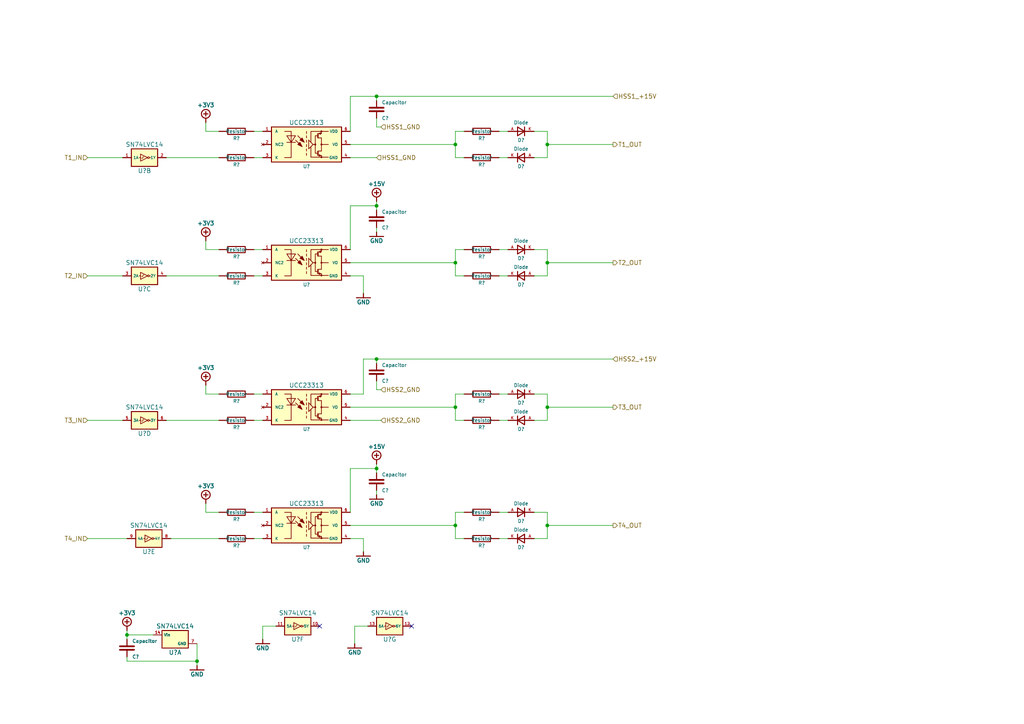
<source format=kicad_sch>
(kicad_sch (version 20211123) (generator eeschema)
  (paper "A4")
  (title_block (rev "0.1") (company "Open Source Solar Inverter Project"))
  (lib_symbols
    (symbol "OSSI_standard_components:+15V" (power) (pin_names (offset 0))
      (property "Value" "+15V" (at 0 5.08 0))
      (symbol "+15V_1_0"
        (polyline (pts (xy -0.635 2.54) (xy 0.635 2.54)) (stroke (width 0.3048)))
        (polyline (pts (xy 0 1.27) (xy 0 0)) (stroke (width 0.3048)))
        (polyline (pts (xy 0 3.175) (xy 0 1.905)) (stroke (width 0.3048)))
        (circle (center 0 2.54) (radius 1.27) (stroke (width 0.3048)))
        (pin power_in line (at 0 0 90) (length 0) hide (name "+15V") (number "1"))
      )
    )
    (symbol "OSSI_standard_components:+3V3" (power) (pin_names (offset 0))
      (property "Value" "+3V3" (at 0 5.08 0))
      (symbol "+3V3_1_0"
        (polyline (pts (xy -0.635 2.54) (xy 0.635 2.54)) (stroke (width 0.3048)))
        (polyline (pts (xy 0 1.27) (xy 0 0)) (stroke (width 0.3048)))
        (polyline (pts (xy 0 3.175) (xy 0 1.905)) (stroke (width 0.3048)))
        (circle (center 0 2.54) (radius 1.27) (stroke (width 0.3048)))
        (pin power_in line (at 0 0 90) (length 0) hide (name "+3V3") (number "1"))
      )
    )
    (symbol "OSSI_standard_components:Capacitor" (pin_numbers hide) (pin_names (offset 1.016) hide)
      (property "Reference" "C" (at 1.524 -2.54 0))
      (property "Value" "Capacitor" (at 1.524 2.032 0))
      (symbol "Capacitor_0_0"
        (polyline (pts (xy -2.032 -0.508) (xy 2.032 -0.508)) (stroke (width 0.508)))
        (polyline (pts (xy -2.032 0.508) (xy 2.032 0.508)) (stroke (width 0.508)))
        (polyline (pts (xy 0 -2.54) (xy 0 -0.635)) (stroke (width 0.3048)))
        (polyline (pts (xy 0 0.635) (xy 0 2.54)) (stroke (width 0.3048)))
        (pin passive line (at 0 -2.54 90) (length 0) (name "1") (number "1"))
        (pin passive line (at 0 2.54 270) (length 0) (name "2") (number "2"))
      )
    )
    (symbol "OSSI_standard_components:Diode" (pin_names (offset 1.016) hide)
      (property "Reference" "D" (at 0 -2.54 0))
      (property "Value" "Diode" (at 0 2.54 0))
      (symbol "Diode_0_0"
        (polyline (pts (xy -3.81 0) (xy 3.81 0)) (stroke (width 0.3048)))
        (polyline (pts (xy 1.016 1.27) (xy 1.016 0) (xy -1.016 1.27) (xy -1.016 -1.27) (xy 1.016 0) (xy 1.016 -1.27)) (stroke (width 0.3048)))
        (pin passive line (at -3.81 0 0) (length 2.54) (name "A") (number "A"))
        (pin passive line (at 3.81 0 180) (length 2.54) (name "K") (number "K"))
      )
    )
    (symbol "OSSI_standard_components:GND" (power) (pin_names (offset 0))
      (property "Value" "GND" (at 0 -2.54 0))
      (symbol "GND_0_0"
        (polyline (pts (xy -2.032 -1.27) (xy 2.032 -1.27)) (stroke (width 0.3048)))
        (polyline (pts (xy 0 -1.27) (xy 0 0)) (stroke (width 0.3048)))
        (pin power_in line (at 0 0 270) (length 0) hide (name "GND") (number "1"))
      )
    )
    (symbol "OSSI_standard_components:Resistor" (pin_numbers hide) (pin_names (offset 1.016) hide)
      (property "Reference" "R" (at 0 -2.032 0))
      (property "Value" "Resistor" (at 0 0 0))
      (symbol "Resistor_0_0"
        (rectangle (start -2.54 0.889) (end 2.54 -0.889) (stroke (width 0.3048)))
        (polyline (pts (xy -2.54 0) (xy -5.08 0)) (stroke (width 0.3048)))
        (polyline (pts (xy 5.08 0) (xy 2.54 0)) (stroke (width 0.3048)))
      )
      (symbol "Resistor_1_1"
        (pin passive line (at -5.08 0 0) (length 0) (name "1") (number "1"))
        (pin passive line (at 5.08 0 180) (length 0) (name "2") (number "2"))
      )
    )
    (symbol "SN47HCS04:SN74LVC14"
      (property "Reference" "U" (at 0 -3.81 0))
      (property "Value" "SN74LVC14" (at 0 3.81 0))
      (symbol "SN74LVC14_0_1"
        (rectangle (start -3.81 2.54) (end 3.81 -2.54) (stroke (width 0.3)) (fill (type background)))
      )
      (symbol "SN74LVC14_1_1"
        (pin power_in line (at -6.35 1.27 0) (length 2.54) (name "Vin") (number "14"))
        (pin power_in line (at 6.35 -1.27 180) (length 2.54) (name "GND") (number "7"))
      )
      (symbol "SN74LVC14_2_1"
        (polyline (pts (xy -6.35 0) (xy -3.81 0)) (stroke (width 0.3)))
        (polyline (pts (xy -1.143 0) (xy -1.524 0)) (stroke (width 0.2)))
        (polyline (pts (xy 1.397 0) (xy 1.778 0)) (stroke (width 0.2)))
        (polyline (pts (xy 3.81 0) (xy 6.35 0)) (stroke (width 0.3)))
        (polyline (pts (xy -0.889 -0.254) (xy -0.508 -0.254) (xy -0.254 0.254)) (stroke (width 0.1)))
        (polyline (pts (xy -0.127 0.254) (xy -0.508 0.254) (xy -0.762 -0.254)) (stroke (width 0.1)))
        (polyline (pts (xy -1.143 1.016) (xy -1.143 -1.016) (xy 0.889 0) (xy -1.143 1.016)) (stroke (width 0.2)))
        (circle (center 1.143 0) (radius 0.254) (stroke (width 0.2)))
        (pin input line (at -6.35 0 0) (length 2.54) (name "1A") (number "1"))
        (pin output line (at 6.35 0 180) (length 2.54) (name "1Y") (number "2"))
      )
      (symbol "SN74LVC14_3_1"
        (polyline (pts (xy -6.35 0) (xy -3.81 0)) (stroke (width 0.3)))
        (polyline (pts (xy -1.143 0) (xy -1.524 0)) (stroke (width 0.2)))
        (polyline (pts (xy 1.397 0) (xy 1.778 0)) (stroke (width 0.2)))
        (polyline (pts (xy 3.81 0) (xy 6.35 0)) (stroke (width 0.3)))
        (polyline (pts (xy -0.889 -0.254) (xy -0.508 -0.254) (xy -0.254 0.254)) (stroke (width 0.1)))
        (polyline (pts (xy -0.127 0.254) (xy -0.508 0.254) (xy -0.762 -0.254)) (stroke (width 0.1)))
        (polyline (pts (xy -1.143 1.016) (xy -1.143 -1.016) (xy 0.889 0) (xy -1.143 1.016)) (stroke (width 0.2)))
        (circle (center 1.143 0) (radius 0.254) (stroke (width 0.2)))
        (pin input line (at -6.35 0 0) (length 2.54) (name "2A") (number "3"))
        (pin output line (at 6.35 0 180) (length 2.54) (name "2Y") (number "4"))
      )
      (symbol "SN74LVC14_4_1"
        (polyline (pts (xy -6.35 0) (xy -3.81 0)) (stroke (width 0.3)))
        (polyline (pts (xy -1.143 0) (xy -1.524 0)) (stroke (width 0.2)))
        (polyline (pts (xy 1.397 0) (xy 1.778 0)) (stroke (width 0.2)))
        (polyline (pts (xy 3.81 0) (xy 6.35 0)) (stroke (width 0.3)))
        (polyline (pts (xy -0.889 -0.254) (xy -0.508 -0.254) (xy -0.254 0.254)) (stroke (width 0.1)))
        (polyline (pts (xy -0.127 0.254) (xy -0.508 0.254) (xy -0.762 -0.254)) (stroke (width 0.1)))
        (polyline (pts (xy -1.143 1.016) (xy -1.143 -1.016) (xy 0.889 0) (xy -1.143 1.016)) (stroke (width 0.2)))
        (circle (center 1.143 0) (radius 0.254) (stroke (width 0.2)))
        (pin input line (at -6.35 0 0) (length 2.54) (name "3A") (number "5"))
        (pin output line (at 6.35 0 180) (length 2.54) (name "3Y") (number "6"))
      )
      (symbol "SN74LVC14_5_1"
        (polyline (pts (xy -6.35 0) (xy -3.81 0)) (stroke (width 0.3)))
        (polyline (pts (xy -1.143 0) (xy -1.524 0)) (stroke (width 0.2)))
        (polyline (pts (xy 1.397 0) (xy 1.778 0)) (stroke (width 0.2)))
        (polyline (pts (xy 3.81 0) (xy 6.35 0)) (stroke (width 0.3)))
        (polyline (pts (xy -0.889 -0.254) (xy -0.508 -0.254) (xy -0.254 0.254)) (stroke (width 0.1)))
        (polyline (pts (xy -0.127 0.254) (xy -0.508 0.254) (xy -0.762 -0.254)) (stroke (width 0.1)))
        (polyline (pts (xy -1.143 1.016) (xy -1.143 -1.016) (xy 0.889 0) (xy -1.143 1.016)) (stroke (width 0.2)))
        (circle (center 1.143 0) (radius 0.254) (stroke (width 0.2)))
        (pin output line (at 6.35 0 180) (length 2.54) (name "4Y") (number "8"))
        (pin input line (at -6.35 0 0) (length 2.54) (name "4A") (number "9"))
      )
      (symbol "SN74LVC14_6_1"
        (polyline (pts (xy -6.35 0) (xy -3.81 0)) (stroke (width 0.3)))
        (polyline (pts (xy -1.143 0) (xy -1.524 0)) (stroke (width 0.2)))
        (polyline (pts (xy 1.397 0) (xy 1.778 0)) (stroke (width 0.2)))
        (polyline (pts (xy 3.81 0) (xy 6.35 0)) (stroke (width 0.3)))
        (polyline (pts (xy -0.889 -0.254) (xy -0.508 -0.254) (xy -0.254 0.254)) (stroke (width 0.1)))
        (polyline (pts (xy -0.127 0.254) (xy -0.508 0.254) (xy -0.762 -0.254)) (stroke (width 0.1)))
        (polyline (pts (xy -1.143 1.016) (xy -1.143 -1.016) (xy 0.889 0) (xy -1.143 1.016)) (stroke (width 0.2)))
        (circle (center 1.143 0) (radius 0.254) (stroke (width 0.2)))
        (pin output line (at 6.35 0 180) (length 2.54) (name "5Y") (number "10"))
        (pin input line (at -6.35 0 0) (length 2.54) (name "5A") (number "11"))
      )
      (symbol "SN74LVC14_7_1"
        (polyline (pts (xy -6.35 0) (xy -3.81 0)) (stroke (width 0.3)))
        (polyline (pts (xy -1.143 0) (xy -1.524 0)) (stroke (width 0.2)))
        (polyline (pts (xy 1.397 0) (xy 1.778 0)) (stroke (width 0.2)))
        (polyline (pts (xy 3.81 0) (xy 6.35 0)) (stroke (width 0.3)))
        (polyline (pts (xy -0.889 -0.254) (xy -0.508 -0.254) (xy -0.254 0.254)) (stroke (width 0.1)))
        (polyline (pts (xy -0.127 0.254) (xy -0.508 0.254) (xy -0.762 -0.254)) (stroke (width 0.1)))
        (polyline (pts (xy -1.143 1.016) (xy -1.143 -1.016) (xy 0.889 0) (xy -1.143 1.016)) (stroke (width 0.2)))
        (circle (center 1.143 0) (radius 0.254) (stroke (width 0.2)))
        (pin output line (at 6.35 0 180) (length 2.54) (name "6Y") (number "12"))
        (pin input line (at -6.35 0 0) (length 2.54) (name "6A") (number "13"))
      )
    )
    (symbol "UCC23313:UCC23313" (pin_names (offset 1.016))
      (property "Reference" "U" (at 0 -6.35 0))
      (property "Value" "UCC23313" (at 0 6.35 0))
      (symbol "UCC23313_0_1"
        (rectangle (start -10.16 5.08) (end 10.16 -5.08) (stroke (width 0.3048)) (fill (type background)))
        (polyline (pts (xy -12.7 -3.81) (xy -10.16 -3.81)) (stroke (width 0.3048)))
        (polyline (pts (xy -12.7 3.81) (xy -10.16 3.81)) (stroke (width 0.3048)))
        (polyline (pts (xy -10.16 0) (xy -12.7 0)) (stroke (width 0.3048)))
        (polyline (pts (xy 0 -2.54) (xy 0 -3.175)) (stroke (width 0.2032)))
        (polyline (pts (xy 0 -1.27) (xy 0 -1.905)) (stroke (width 0.2032)))
        (polyline (pts (xy 0 0) (xy 0 -0.635)) (stroke (width 0.2032)))
        (polyline (pts (xy 0 1.27) (xy 0 0.635)) (stroke (width 0.2032)))
        (polyline (pts (xy 0 2.54) (xy 0 1.905)) (stroke (width 0.2032)))
        (polyline (pts (xy 0 3.81) (xy 0 3.175)) (stroke (width 0.2032)))
        (polyline (pts (xy 3.175 -1.905) (xy 3.175 -3.175)) (stroke (width 0.2032)))
        (polyline (pts (xy 3.175 3.175) (xy 3.175 1.905)) (stroke (width 0.2032)))
        (polyline (pts (xy 3.429 -3.175) (xy 4.318 -3.175)) (stroke (width 0.2032)))
        (polyline (pts (xy 3.429 -1.905) (xy 3.429 -3.175)) (stroke (width 0.2032)))
        (polyline (pts (xy 3.429 1.905) (xy 4.318 1.905)) (stroke (width 0.2032)))
        (polyline (pts (xy 3.429 3.175) (xy 3.429 1.905)) (stroke (width 0.2032)))
        (polyline (pts (xy 3.429 3.175) (xy 4.318 3.175)) (stroke (width 0.2032)))
        (polyline (pts (xy 4.318 -1.905) (xy 3.429 -1.905)) (stroke (width 0.2032)))
        (polyline (pts (xy 4.318 1.905) (xy 4.318 -1.905)) (stroke (width 0.2032)))
        (polyline (pts (xy 6.35 0) (xy 4.445 0)) (stroke (width 0.2032)))
        (polyline (pts (xy 10.16 -3.81) (xy 12.7 -3.81)) (stroke (width 0.3048)))
        (polyline (pts (xy 12.7 0) (xy 10.16 0)) (stroke (width 0.3048)))
        (polyline (pts (xy 12.7 3.81) (xy 10.16 3.81)) (stroke (width 0.3048)))
        (polyline (pts (xy 2.54 0) (xy 2.54 -2.54) (xy 3.175 -2.54)) (stroke (width 0.2032)))
        (polyline (pts (xy 4.318 -3.683) (xy 1.27 -3.683) (xy 1.27 -0.635)) (stroke (width 0.2032)))
        (polyline (pts (xy 4.318 -3.175) (xy 4.318 -3.683) (xy 6.35 -3.683)) (stroke (width 0.2032)))
        (polyline (pts (xy 4.318 3.175) (xy 4.318 3.81) (xy 6.35 3.81)) (stroke (width 0.2032)))
        (polyline (pts (xy 4.318 3.81) (xy 1.27 3.81) (xy 1.27 0.635)) (stroke (width 0.2032)))
        (polyline (pts (xy -6.35 3.81) (xy -4.445 3.81) (xy -4.445 -3.81) (xy -6.35 -3.81)) (stroke (width 0.2032)))
        (polyline (pts (xy 1.905 0) (xy 2.54 0) (xy 2.54 2.54) (xy 3.175 2.54)) (stroke (width 0.2032)))
        (polyline (pts (xy 4.064 -3.175) (xy 3.683 -2.921) (xy 3.683 -3.429) (xy 4.064 -3.175)) (stroke (width 0.2032)) (fill (type outline)))
        (polyline (pts (xy -2.54 2.54) (xy -0.635 0.635) (xy -1.27 1.905) (xy -1.905 1.27) (xy -0.635 0.635)) (stroke (width 0.2032)) (fill (type outline)))
        (polyline (pts (xy 0.635 1.27) (xy 0.635 -1.27) (xy 1.27 -0.635) (xy 1.905 0) (xy 0.635 1.27)) (stroke (width 0.2032)))
        (polyline (pts (xy -5.715 0.635) (xy -4.445 0.635) (xy -5.715 2.54) (xy -3.175 2.54) (xy -4.445 0.635) (xy -3.175 0.635)) (stroke (width 0.2032)))
        (circle (center 2.54 0) (radius 0.1778) (stroke (width 0.2032)) (fill (type outline)))
      )
      (symbol "UCC23313_1_1"
        (polyline (pts (xy 3.683 3.175) (xy 4.064 3.429) (xy 4.064 2.921) (xy 3.683 3.175)) (stroke (width 0.2032)) (fill (type outline)))
        (polyline (pts (xy -3.175 1.27) (xy -1.27 -0.635) (xy -1.905 0.635) (xy -2.54 0) (xy -1.27 -0.635)) (stroke (width 0.2032)) (fill (type outline)))
        (circle (center 4.318 -3.683) (radius 0.1778) (stroke (width 0.2032)) (fill (type outline)))
        (circle (center 4.318 3.81) (radius 0.1778) (stroke (width 0.2032)) (fill (type outline)))
        (circle (center 4.3249 0.0083) (radius 0.1778) (stroke (width 0.2032)) (fill (type outline)))
        (pin input line (at -12.7 3.81 0) (length 2.54) (name "A") (number "1"))
        (pin no_connect line (at -12.7 0 0) (length 2.54) (name "NC2") (number "2"))
        (pin input line (at -12.7 -3.81 0) (length 2.54) (name "K") (number "3"))
        (pin power_in line (at 12.7 -3.81 180) (length 2.54) (name "GND") (number "4"))
        (pin output line (at 12.7 0 180) (length 2.54) (name "VO") (number "5"))
        (pin power_in line (at 12.7 3.81 180) (length 2.54) (name "VDD") (number "6"))
      )
    )
  )
  (junction (at 109.22 59.69))
  (junction (at 109.22 135.89))
  (junction (at 132.08 41.91))
  (junction (at 132.08 76.2))
  (junction (at 158.75 118.11))
  (junction (at 109.22 104.14))
  (junction (at 158.75 76.2))
  (junction (at 132.08 118.11))
  (junction (at 57.15 191.77))
  (junction (at 158.75 152.4))
  (junction (at 109.22 27.94))
  (junction (at 158.75 41.91))
  (junction (at 132.08 152.4))
  (junction (at 36.83 184.15))
  (no_connect (at 119.38 181.61))
  (no_connect (at 92.71 181.61))
  (wire (pts (xy 25.4 156.21) (xy 36.83 156.21)))
  (wire (pts (xy 57.15 186.69) (xy 57.15 191.77)))
  (wire (pts (xy 101.6 80.01) (xy 105.41 80.01)))
  (wire (pts (xy 109.22 135.89) (xy 101.6 135.89)))
  (wire (pts (xy 36.83 184.15) (xy 44.45 184.15)))
  (wire (pts (xy 144.78 45.72) (xy 147.32 45.72)))
  (wire (pts (xy 101.6 156.21) (xy 105.41 156.21)))
  (wire (pts (xy 48.26 45.72) (xy 63.5 45.72)))
  (wire (pts (xy 101.6 152.4) (xy 132.08 152.4)))
  (wire (pts (xy 158.75 72.39) (xy 158.75 76.2)))
  (wire (pts (xy 105.41 80.01) (xy 105.41 85.09)))
  (wire (pts (xy 102.87 186.69) (xy 102.87 181.61)))
  (wire (pts (xy 59.69 69.85) (xy 59.69 72.39)))
  (wire (pts (xy 48.26 121.92) (xy 63.5 121.92)))
  (wire (pts (xy 102.87 181.61) (xy 106.68 181.61)))
  (wire (pts (xy 36.83 184.15) (xy 36.83 185.42)))
  (wire (pts (xy 105.41 114.3) (xy 105.41 104.14)))
  (wire (pts (xy 109.22 110.49) (xy 109.22 113.03)))
  (wire (pts (xy 158.75 80.01) (xy 158.75 76.2)))
  (wire (pts (xy 76.2 185.42) (xy 76.2 181.61)))
  (wire (pts (xy 154.94 80.01) (xy 158.75 80.01)))
  (wire (pts (xy 132.08 118.11) (xy 132.08 121.92)))
  (wire (pts (xy 59.69 72.39) (xy 63.5 72.39)))
  (wire (pts (xy 59.69 114.3) (xy 63.5 114.3)))
  (wire (pts (xy 105.41 104.14) (xy 109.22 104.14)))
  (wire (pts (xy 101.6 118.11) (xy 132.08 118.11)))
  (wire (pts (xy 101.6 38.1) (xy 101.6 27.94)))
  (wire (pts (xy 154.94 114.3) (xy 158.75 114.3)))
  (wire (pts (xy 132.08 118.11) (xy 132.08 114.3)))
  (wire (pts (xy 109.22 142.24) (xy 109.22 143.51)))
  (wire (pts (xy 101.6 76.2) (xy 132.08 76.2)))
  (wire (pts (xy 154.94 121.92) (xy 158.75 121.92)))
  (wire (pts (xy 76.2 45.72) (xy 73.66 45.72)))
  (wire (pts (xy 49.53 156.21) (xy 63.5 156.21)))
  (wire (pts (xy 132.08 148.59) (xy 134.62 148.59)))
  (wire (pts (xy 25.4 80.01) (xy 35.56 80.01)))
  (wire (pts (xy 101.6 45.72) (xy 109.22 45.72)))
  (wire (pts (xy 25.4 45.72) (xy 35.56 45.72)))
  (wire (pts (xy 109.22 27.94) (xy 109.22 29.21)))
  (wire (pts (xy 158.75 121.92) (xy 158.75 118.11)))
  (wire (pts (xy 144.78 156.21) (xy 147.32 156.21)))
  (wire (pts (xy 158.75 114.3) (xy 158.75 118.11)))
  (wire (pts (xy 132.08 152.4) (xy 132.08 156.21)))
  (wire (pts (xy 144.78 121.92) (xy 147.32 121.92)))
  (wire (pts (xy 73.66 148.59) (xy 76.2 148.59)))
  (wire (pts (xy 132.08 156.21) (xy 134.62 156.21)))
  (wire (pts (xy 144.78 72.39) (xy 147.32 72.39)))
  (wire (pts (xy 48.26 80.01) (xy 63.5 80.01)))
  (wire (pts (xy 144.78 148.59) (xy 147.32 148.59)))
  (wire (pts (xy 132.08 152.4) (xy 132.08 148.59)))
  (wire (pts (xy 132.08 80.01) (xy 134.62 80.01)))
  (wire (pts (xy 154.94 156.21) (xy 158.75 156.21)))
  (wire (pts (xy 158.75 156.21) (xy 158.75 152.4)))
  (wire (pts (xy 158.75 38.1) (xy 158.75 41.91)))
  (wire (pts (xy 76.2 80.01) (xy 73.66 80.01)))
  (wire (pts (xy 158.75 118.11) (xy 177.8 118.11)))
  (wire (pts (xy 59.69 146.05) (xy 59.69 148.59)))
  (wire (pts (xy 109.22 34.29) (xy 109.22 36.83)))
  (wire (pts (xy 132.08 76.2) (xy 132.08 80.01)))
  (wire (pts (xy 109.22 58.42) (xy 109.22 59.69)))
  (wire (pts (xy 132.08 38.1) (xy 134.62 38.1)))
  (wire (pts (xy 101.6 27.94) (xy 109.22 27.94)))
  (wire (pts (xy 158.75 45.72) (xy 158.75 41.91)))
  (wire (pts (xy 59.69 111.76) (xy 59.69 114.3)))
  (wire (pts (xy 105.41 156.21) (xy 105.41 160.02)))
  (wire (pts (xy 101.6 121.92) (xy 110.49 121.92)))
  (wire (pts (xy 132.08 114.3) (xy 134.62 114.3)))
  (wire (pts (xy 101.6 41.91) (xy 132.08 41.91)))
  (wire (pts (xy 57.15 191.77) (xy 57.15 193.04)))
  (wire (pts (xy 59.69 38.1) (xy 63.5 38.1)))
  (wire (pts (xy 109.22 59.69) (xy 101.6 59.69)))
  (wire (pts (xy 76.2 181.61) (xy 80.01 181.61)))
  (wire (pts (xy 109.22 27.94) (xy 177.8 27.94)))
  (wire (pts (xy 109.22 66.04) (xy 109.22 67.31)))
  (wire (pts (xy 73.66 38.1) (xy 76.2 38.1)))
  (wire (pts (xy 158.75 148.59) (xy 158.75 152.4)))
  (wire (pts (xy 109.22 113.03) (xy 110.49 113.03)))
  (wire (pts (xy 109.22 104.14) (xy 177.8 104.14)))
  (wire (pts (xy 132.08 41.91) (xy 132.08 45.72)))
  (wire (pts (xy 25.4 121.92) (xy 35.56 121.92)))
  (wire (pts (xy 132.08 72.39) (xy 134.62 72.39)))
  (wire (pts (xy 144.78 80.01) (xy 147.32 80.01)))
  (wire (pts (xy 132.08 76.2) (xy 132.08 72.39)))
  (wire (pts (xy 154.94 38.1) (xy 158.75 38.1)))
  (wire (pts (xy 154.94 45.72) (xy 158.75 45.72)))
  (wire (pts (xy 158.75 152.4) (xy 177.8 152.4)))
  (wire (pts (xy 59.69 35.56) (xy 59.69 38.1)))
  (wire (pts (xy 73.66 72.39) (xy 76.2 72.39)))
  (wire (pts (xy 158.75 76.2) (xy 177.8 76.2)))
  (wire (pts (xy 132.08 41.91) (xy 132.08 38.1)))
  (wire (pts (xy 36.83 191.77) (xy 57.15 191.77)))
  (wire (pts (xy 154.94 72.39) (xy 158.75 72.39)))
  (wire (pts (xy 132.08 121.92) (xy 134.62 121.92)))
  (wire (pts (xy 109.22 135.89) (xy 109.22 137.16)))
  (wire (pts (xy 36.83 190.5) (xy 36.83 191.77)))
  (wire (pts (xy 144.78 114.3) (xy 147.32 114.3)))
  (wire (pts (xy 59.69 148.59) (xy 63.5 148.59)))
  (wire (pts (xy 144.78 38.1) (xy 147.32 38.1)))
  (wire (pts (xy 109.22 59.69) (xy 109.22 60.96)))
  (wire (pts (xy 101.6 114.3) (xy 105.41 114.3)))
  (wire (pts (xy 101.6 135.89) (xy 101.6 148.59)))
  (wire (pts (xy 76.2 121.92) (xy 73.66 121.92)))
  (wire (pts (xy 154.94 148.59) (xy 158.75 148.59)))
  (wire (pts (xy 101.6 59.69) (xy 101.6 72.39)))
  (wire (pts (xy 109.22 104.14) (xy 109.22 105.41)))
  (wire (pts (xy 132.08 45.72) (xy 134.62 45.72)))
  (wire (pts (xy 158.75 41.91) (xy 177.8 41.91)))
  (wire (pts (xy 36.83 182.88) (xy 36.83 184.15)))
  (wire (pts (xy 73.66 114.3) (xy 76.2 114.3)))
  (wire (pts (xy 76.2 156.21) (xy 73.66 156.21)))
  (wire (pts (xy 109.22 134.62) (xy 109.22 135.89)))
  (wire (pts (xy 109.22 36.83) (xy 110.49 36.83)))
  (hierarchical_label "T2_OUT" (shape output) (at 177.8 76.2 0))
  (hierarchical_label "HSS1_GND" (shape input) (at 110.49 36.83 0))
  (hierarchical_label "T2_IN" (shape input) (at 25.4 80.01 180))
  (hierarchical_label "T1_IN" (shape input) (at 25.4 45.72 180))
  (hierarchical_label "HSS2_+15V" (shape input) (at 177.8 104.14 0))
  (hierarchical_label "HSS2_GND" (shape input) (at 110.49 113.03 0))
  (hierarchical_label "T4_OUT" (shape output) (at 177.8 152.4 0))
  (hierarchical_label "T1_OUT" (shape output) (at 177.8 41.91 0))
  (hierarchical_label "T3_IN" (shape input) (at 25.4 121.92 180))
  (hierarchical_label "HSS1_+15V" (shape input) (at 177.8 27.94 0))
  (hierarchical_label "HSS2_GND" (shape input) (at 110.49 121.92 0))
  (hierarchical_label "T4_IN" (shape input) (at 25.4 156.21 180))
  (hierarchical_label "T3_OUT" (shape output) (at 177.8 118.11 0))
  (hierarchical_label "HSS1_GND" (shape input) (at 109.22 45.72 0))
  (symbol (lib_id "UCC23313:UCC23313") (at 88.9 41.91 0) (unit 1)
    (property "Reference" "U?" (at 88.9 48.26 0) (effects (font (size 0.9906 0.9906))))
    (property "Value" "UCC23313" (at 88.9 35.56 0))
  )
  (symbol (lib_id "UCC23313:UCC23313") (at 88.9 76.2 0) (unit 1)
    (property "Reference" "U?" (at 88.9 82.55 0) (effects (font (size 0.9906 0.9906))))
    (property "Value" "UCC23313" (at 88.9 69.85 0))
  )
  (symbol (lib_id "OSSI_standard_components:GND") (at 105.41 160.02 0) (unit 1)
    (property "Reference" "#PWR?" (effects hide))
    (property "Value" "GND" (at 105.41 162.56 0) (effects (font (size 1.1938 1.1938) bold)))
  )
  (symbol (lib_id "OSSI_standard_components:Resistor") (at 139.7 156.21 0) (unit 1)
    (property "Reference" "R?" (at 139.7 158.242 0) (effects (font (size 0.9906 0.9906))))
    (property "Value" "Resistor" (at 139.7 156.21 0) (effects (font (size 0.9906 0.9906))))
    (property "Tolerance" "%" (effects hide))
    (property "Manufacturer" "M" (effects hide))
    (property "Partnumber" "P" (effects hide))
    (property "Supplier" "S" (effects hide))
    (property "Order No." "O.No." (effects hide))
  )
  (symbol (lib_id "OSSI_standard_components:Resistor") (at 68.58 114.3 0) (unit 1)
    (property "Reference" "R?" (at 68.58 116.332 0) (effects (font (size 0.9906 0.9906))))
    (property "Value" "Resistor" (at 68.58 114.3 0) (effects (font (size 0.9906 0.9906))))
    (property "Tolerance" "%" (effects hide))
    (property "Manufacturer" "M" (effects hide))
    (property "Partnumber" "P" (effects hide))
    (property "Supplier" "S" (effects hide))
    (property "Order No." "O.No." (effects hide))
  )
  (symbol (lib_id "SN47HCS04:SN74LVC14") (at 41.91 121.92 0) (unit 4)
    (property "Reference" "U?" (at 41.91 125.73 0))
    (property "Value" "SN74LVC14" (at 41.91 118.11 0))
  )
  (symbol (lib_id "OSSI_standard_components:GND") (at 109.22 67.31 0) (unit 1)
    (property "Reference" "#PWR?" (effects hide))
    (property "Value" "GND" (at 109.22 69.85 0) (effects (font (size 1.1938 1.1938) bold)))
  )
  (symbol (lib_id "OSSI_standard_components:GND") (at 102.87 186.69 0) (unit 1)
    (property "Reference" "#PWR?" (effects hide))
    (property "Value" "GND" (at 102.87 189.23 0) (effects (font (size 1.1938 1.1938) bold)))
  )
  (symbol (lib_id "OSSI_standard_components:Resistor") (at 68.58 80.01 0) (unit 1)
    (property "Reference" "R?" (at 68.58 82.042 0) (effects (font (size 0.9906 0.9906))))
    (property "Value" "Resistor" (at 68.58 80.01 0) (effects (font (size 0.9906 0.9906))))
    (property "Tolerance" "%" (effects hide))
    (property "Manufacturer" "M" (effects hide))
    (property "Partnumber" "P" (effects hide))
    (property "Supplier" "S" (effects hide))
    (property "Order No." "O.No." (effects hide))
  )
  (symbol (lib_id "OSSI_standard_components:Resistor") (at 139.7 121.92 0) (unit 1)
    (property "Reference" "R?" (at 139.7 123.952 0) (effects (font (size 0.9906 0.9906))))
    (property "Value" "Resistor" (at 139.7 121.92 0) (effects (font (size 0.9906 0.9906))))
    (property "Tolerance" "%" (effects hide))
    (property "Manufacturer" "M" (effects hide))
    (property "Partnumber" "P" (effects hide))
    (property "Supplier" "S" (effects hide))
    (property "Order No." "O.No." (effects hide))
  )
  (symbol (lib_id "OSSI_standard_components:Diode") (at 151.13 121.92 0) (mirror y) (unit 1)
    (property "Reference" "D?" (at 151.13 124.46 0) (effects (font (size 0.9906 0.9906))))
    (property "Value" "Diode" (at 151.13 119.38 0) (effects (font (size 0.9906 0.9906))))
    (property "Manufacturer" "M" (effects hide))
    (property "Partnumber" "P" (effects hide))
    (property "Supplier" "S" (effects hide))
    (property "Order No." "O.No." (effects hide))
  )
  (symbol (lib_id "SN47HCS04:SN74LVC14") (at 50.8 185.42 0) (unit 1)
    (property "Reference" "U?" (at 50.8 189.23 0))
    (property "Value" "SN74LVC14" (at 50.8 181.61 0))
  )
  (symbol (lib_id "OSSI_standard_components:Diode") (at 151.13 114.3 0) (unit 1)
    (property "Reference" "D?" (at 151.13 116.84 0) (effects (font (size 0.9906 0.9906))))
    (property "Value" "Diode" (at 151.13 111.76 0) (effects (font (size 0.9906 0.9906))))
    (property "Manufacturer" "M" (effects hide))
    (property "Partnumber" "P" (effects hide))
    (property "Supplier" "S" (effects hide))
    (property "Order No." "O.No." (effects hide))
  )
  (symbol (lib_id "SN47HCS04:SN74LVC14") (at 86.36 181.61 0) (unit 6)
    (property "Reference" "U?" (at 86.36 185.42 0))
    (property "Value" "SN74LVC14" (at 86.36 177.8 0))
  )
  (symbol (lib_id "OSSI_standard_components:Diode") (at 151.13 148.59 0) (unit 1)
    (property "Reference" "D?" (at 151.13 151.13 0) (effects (font (size 0.9906 0.9906))))
    (property "Value" "Diode" (at 151.13 146.05 0) (effects (font (size 0.9906 0.9906))))
    (property "Manufacturer" "M" (effects hide))
    (property "Partnumber" "P" (effects hide))
    (property "Supplier" "S" (effects hide))
    (property "Order No." "O.No." (effects hide))
  )
  (symbol (lib_id "OSSI_standard_components:Resistor") (at 68.58 156.21 0) (unit 1)
    (property "Reference" "R?" (at 68.58 158.242 0) (effects (font (size 0.9906 0.9906))))
    (property "Value" "Resistor" (at 68.58 156.21 0) (effects (font (size 0.9906 0.9906))))
    (property "Tolerance" "%" (effects hide))
    (property "Manufacturer" "M" (effects hide))
    (property "Partnumber" "P" (effects hide))
    (property "Supplier" "S" (effects hide))
    (property "Order No." "O.No." (effects hide))
  )
  (symbol (lib_id "OSSI_standard_components:Diode") (at 151.13 45.72 0) (mirror y) (unit 1)
    (property "Reference" "D?" (at 151.13 48.26 0) (effects (font (size 0.9906 0.9906))))
    (property "Value" "Diode" (at 151.13 43.18 0) (effects (font (size 0.9906 0.9906))))
    (property "Manufacturer" "M" (effects hide))
    (property "Partnumber" "P" (effects hide))
    (property "Supplier" "S" (effects hide))
    (property "Order No." "O.No." (effects hide))
  )
  (symbol (lib_id "OSSI_standard_components:GND") (at 109.22 143.51 0) (unit 1)
    (property "Reference" "#PWR?" (effects hide))
    (property "Value" "GND" (at 109.22 146.05 0) (effects (font (size 1.1938 1.1938) bold)))
  )
  (symbol (lib_id "SN47HCS04:SN74LVC14") (at 113.03 181.61 0) (unit 7)
    (property "Reference" "U?" (at 113.03 185.42 0))
    (property "Value" "SN74LVC14" (at 113.03 177.8 0))
  )
  (symbol (lib_id "OSSI_standard_components:Resistor") (at 139.7 114.3 0) (unit 1)
    (property "Reference" "R?" (at 139.7 116.332 0) (effects (font (size 0.9906 0.9906))))
    (property "Value" "Resistor" (at 139.7 114.3 0) (effects (font (size 0.9906 0.9906))))
    (property "Tolerance" "%" (effects hide))
    (property "Manufacturer" "M" (effects hide))
    (property "Partnumber" "P" (effects hide))
    (property "Supplier" "S" (effects hide))
    (property "Order No." "O.No." (effects hide))
  )
  (symbol (lib_id "OSSI_standard_components:Diode") (at 151.13 72.39 0) (unit 1)
    (property "Reference" "D?" (at 151.13 74.93 0) (effects (font (size 0.9906 0.9906))))
    (property "Value" "Diode" (at 151.13 69.85 0) (effects (font (size 0.9906 0.9906))))
    (property "Manufacturer" "M" (effects hide))
    (property "Partnumber" "P" (effects hide))
    (property "Supplier" "S" (effects hide))
    (property "Order No." "O.No." (effects hide))
  )
  (symbol (lib_id "OSSI_standard_components:+3V3") (at 59.69 35.56 0) (unit 1)
    (property "Reference" "#PWR?" (effects hide))
    (property "Value" "+3V3" (at 59.69 30.48 0) (effects (font (size 1.1938 1.1938) bold)))
  )
  (symbol (lib_id "OSSI_standard_components:Resistor") (at 139.7 45.72 0) (unit 1)
    (property "Reference" "R?" (at 139.7 47.752 0) (effects (font (size 0.9906 0.9906))))
    (property "Value" "Resistor" (at 139.7 45.72 0) (effects (font (size 0.9906 0.9906))))
    (property "Tolerance" "%" (effects hide))
    (property "Manufacturer" "M" (effects hide))
    (property "Partnumber" "P" (effects hide))
    (property "Supplier" "S" (effects hide))
    (property "Order No." "O.No." (effects hide))
  )
  (symbol (lib_id "OSSI_standard_components:GND") (at 105.41 85.09 0) (unit 1)
    (property "Reference" "#PWR?" (effects hide))
    (property "Value" "GND" (at 105.41 87.63 0) (effects (font (size 1.1938 1.1938) bold)))
  )
  (symbol (lib_id "OSSI_standard_components:Diode") (at 151.13 38.1 0) (unit 1)
    (property "Reference" "D?" (at 151.13 40.64 0) (effects (font (size 0.9906 0.9906))))
    (property "Value" "Diode" (at 151.13 35.56 0) (effects (font (size 0.9906 0.9906))))
    (property "Manufacturer" "M" (effects hide))
    (property "Partnumber" "P" (effects hide))
    (property "Supplier" "S" (effects hide))
    (property "Order No." "O.No." (effects hide))
  )
  (symbol (lib_id "OSSI_standard_components:+3V3") (at 59.69 146.05 0) (unit 1)
    (property "Reference" "#PWR?" (effects hide))
    (property "Value" "+3V3" (at 59.69 140.97 0) (effects (font (size 1.1938 1.1938) bold)))
  )
  (symbol (lib_id "OSSI_standard_components:Capacitor") (at 109.22 31.75 0) (unit 1)
    (property "Reference" "C?" (at 110.744 34.29 0) (effects (font (size 0.9906 0.9906)) (justify left)))
    (property "Value" "Capacitor" (at 110.744 29.718 0) (effects (font (size 0.9906 0.9906)) (justify left)))
    (property "Tolerance" "%" (effects hide))
    (property "Manufacturer" "M" (effects hide))
    (property "Partnumber" "P" (effects hide))
    (property "Supplier" "S" (effects hide))
    (property "Order No." "O.No." (effects hide))
  )
  (symbol (lib_id "OSSI_standard_components:Diode") (at 151.13 156.21 0) (mirror y) (unit 1)
    (property "Reference" "D?" (at 151.13 158.75 0) (effects (font (size 0.9906 0.9906))))
    (property "Value" "Diode" (at 151.13 153.67 0) (effects (font (size 0.9906 0.9906))))
    (property "Manufacturer" "M" (effects hide))
    (property "Partnumber" "P" (effects hide))
    (property "Supplier" "S" (effects hide))
    (property "Order No." "O.No." (effects hide))
  )
  (symbol (lib_id "OSSI_standard_components:GND") (at 76.2 185.42 0) (unit 1)
    (property "Reference" "#PWR?" (effects hide))
    (property "Value" "GND" (at 76.2 187.96 0) (effects (font (size 1.1938 1.1938) bold)))
  )
  (symbol (lib_id "SN47HCS04:SN74LVC14") (at 43.18 156.21 0) (unit 5)
    (property "Reference" "U?" (at 43.18 160.02 0))
    (property "Value" "SN74LVC14" (at 43.18 152.4 0))
  )
  (symbol (lib_id "OSSI_standard_components:Resistor") (at 139.7 80.01 0) (unit 1)
    (property "Reference" "R?" (at 139.7 82.042 0) (effects (font (size 0.9906 0.9906))))
    (property "Value" "Resistor" (at 139.7 80.01 0) (effects (font (size 0.9906 0.9906))))
    (property "Tolerance" "%" (effects hide))
    (property "Manufacturer" "M" (effects hide))
    (property "Partnumber" "P" (effects hide))
    (property "Supplier" "S" (effects hide))
    (property "Order No." "O.No." (effects hide))
  )
  (symbol (lib_id "OSSI_standard_components:+15V") (at 109.22 58.42 0) (unit 1)
    (property "Reference" "#PWR?" (effects hide))
    (property "Value" "+15V" (at 109.22 53.34 0) (effects (font (size 1.1938 1.1938) bold)))
  )
  (symbol (lib_id "OSSI_standard_components:Resistor") (at 68.58 38.1 0) (unit 1)
    (property "Reference" "R?" (at 68.58 40.132 0) (effects (font (size 0.9906 0.9906))))
    (property "Value" "Resistor" (at 68.58 38.1 0) (effects (font (size 0.9906 0.9906))))
    (property "Tolerance" "%" (effects hide))
    (property "Manufacturer" "M" (effects hide))
    (property "Partnumber" "P" (effects hide))
    (property "Supplier" "S" (effects hide))
    (property "Order No." "O.No." (effects hide))
  )
  (symbol (lib_id "OSSI_standard_components:Resistor") (at 139.7 72.39 0) (unit 1)
    (property "Reference" "R?" (at 139.7 74.422 0) (effects (font (size 0.9906 0.9906))))
    (property "Value" "Resistor" (at 139.7 72.39 0) (effects (font (size 0.9906 0.9906))))
    (property "Tolerance" "%" (effects hide))
    (property "Manufacturer" "M" (effects hide))
    (property "Partnumber" "P" (effects hide))
    (property "Supplier" "S" (effects hide))
    (property "Order No." "O.No." (effects hide))
  )
  (symbol (lib_id "SN47HCS04:SN74LVC14") (at 41.91 45.72 0) (unit 2)
    (property "Reference" "U?" (at 41.91 49.53 0))
    (property "Value" "SN74LVC14" (at 41.91 41.91 0))
  )
  (symbol (lib_id "OSSI_standard_components:Resistor") (at 68.58 148.59 0) (unit 1)
    (property "Reference" "R?" (at 68.58 150.622 0) (effects (font (size 0.9906 0.9906))))
    (property "Value" "Resistor" (at 68.58 148.59 0) (effects (font (size 0.9906 0.9906))))
    (property "Tolerance" "%" (effects hide))
    (property "Manufacturer" "M" (effects hide))
    (property "Partnumber" "P" (effects hide))
    (property "Supplier" "S" (effects hide))
    (property "Order No." "O.No." (effects hide))
  )
  (symbol (lib_id "OSSI_standard_components:Capacitor") (at 109.22 63.5 0) (unit 1)
    (property "Reference" "C?" (at 110.744 66.04 0) (effects (font (size 0.9906 0.9906)) (justify left)))
    (property "Value" "Capacitor" (at 110.744 61.468 0) (effects (font (size 0.9906 0.9906)) (justify left)))
    (property "Tolerance" "%" (effects hide))
    (property "Manufacturer" "M" (effects hide))
    (property "Partnumber" "P" (effects hide))
    (property "Supplier" "S" (effects hide))
    (property "Order No." "O.No." (effects hide))
  )
  (symbol (lib_id "OSSI_standard_components:Capacitor") (at 36.83 187.96 0) (unit 1)
    (property "Reference" "C?" (at 38.354 190.5 0) (effects (font (size 0.9906 0.9906)) (justify left)))
    (property "Value" "Capacitor" (at 38.354 185.928 0) (effects (font (size 0.9906 0.9906)) (justify left)))
    (property "Tolerance" "%" (effects hide))
    (property "Manufacturer" "M" (effects hide))
    (property "Partnumber" "P" (effects hide))
    (property "Supplier" "S" (effects hide))
    (property "Order No." "O.No." (effects hide))
  )
  (symbol (lib_id "OSSI_standard_components:+3V3") (at 36.83 182.88 0) (unit 1)
    (property "Reference" "#PWR?" (effects hide))
    (property "Value" "+3V3" (at 36.83 177.8 0) (effects (font (size 1.1938 1.1938) bold)))
  )
  (symbol (lib_id "OSSI_standard_components:+3V3") (at 59.69 69.85 0) (unit 1)
    (property "Reference" "#PWR?" (effects hide))
    (property "Value" "+3V3" (at 59.69 64.77 0) (effects (font (size 1.1938 1.1938) bold)))
  )
  (symbol (lib_id "OSSI_standard_components:Diode") (at 151.13 80.01 0) (mirror y) (unit 1)
    (property "Reference" "D?" (at 151.13 82.55 0) (effects (font (size 0.9906 0.9906))))
    (property "Value" "Diode" (at 151.13 77.47 0) (effects (font (size 0.9906 0.9906))))
    (property "Manufacturer" "M" (effects hide))
    (property "Partnumber" "P" (effects hide))
    (property "Supplier" "S" (effects hide))
    (property "Order No." "O.No." (effects hide))
  )
  (symbol (lib_id "OSSI_standard_components:+3V3") (at 59.69 111.76 0) (unit 1)
    (property "Reference" "#PWR?" (effects hide))
    (property "Value" "+3V3" (at 59.69 106.68 0) (effects (font (size 1.1938 1.1938) bold)))
  )
  (symbol (lib_id "OSSI_standard_components:Resistor") (at 68.58 72.39 0) (unit 1)
    (property "Reference" "R?" (at 68.58 74.422 0) (effects (font (size 0.9906 0.9906))))
    (property "Value" "Resistor" (at 68.58 72.39 0) (effects (font (size 0.9906 0.9906))))
    (property "Tolerance" "%" (effects hide))
    (property "Manufacturer" "M" (effects hide))
    (property "Partnumber" "P" (effects hide))
    (property "Supplier" "S" (effects hide))
    (property "Order No." "O.No." (effects hide))
  )
  (symbol (lib_id "OSSI_standard_components:Capacitor") (at 109.22 139.7 0) (unit 1)
    (property "Reference" "C?" (at 110.744 142.24 0) (effects (font (size 0.9906 0.9906)) (justify left)))
    (property "Value" "Capacitor" (at 110.744 137.668 0) (effects (font (size 0.9906 0.9906)) (justify left)))
    (property "Tolerance" "%" (effects hide))
    (property "Manufacturer" "M" (effects hide))
    (property "Partnumber" "P" (effects hide))
    (property "Supplier" "S" (effects hide))
    (property "Order No." "O.No." (effects hide))
  )
  (symbol (lib_id "UCC23313:UCC23313") (at 88.9 118.11 0) (unit 1)
    (property "Reference" "U?" (at 88.9 124.46 0) (effects (font (size 0.9906 0.9906))))
    (property "Value" "UCC23313" (at 88.9 111.76 0))
  )
  (symbol (lib_id "UCC23313:UCC23313") (at 88.9 152.4 0) (unit 1)
    (property "Reference" "U?" (at 88.9 158.75 0) (effects (font (size 0.9906 0.9906))))
    (property "Value" "UCC23313" (at 88.9 146.05 0))
  )
  (symbol (lib_id "OSSI_standard_components:Resistor") (at 68.58 45.72 0) (unit 1)
    (property "Reference" "R?" (at 68.58 47.752 0) (effects (font (size 0.9906 0.9906))))
    (property "Value" "Resistor" (at 68.58 45.72 0) (effects (font (size 0.9906 0.9906))))
    (property "Tolerance" "%" (effects hide))
    (property "Manufacturer" "M" (effects hide))
    (property "Partnumber" "P" (effects hide))
    (property "Supplier" "S" (effects hide))
    (property "Order No." "O.No." (effects hide))
  )
  (symbol (lib_id "SN47HCS04:SN74LVC14") (at 41.91 80.01 0) (unit 3)
    (property "Reference" "U?" (at 41.91 83.82 0))
    (property "Value" "SN74LVC14" (at 41.91 76.2 0))
  )
  (symbol (lib_id "OSSI_standard_components:Resistor") (at 68.58 121.92 0) (unit 1)
    (property "Reference" "R?" (at 68.58 123.952 0) (effects (font (size 0.9906 0.9906))))
    (property "Value" "Resistor" (at 68.58 121.92 0) (effects (font (size 0.9906 0.9906))))
    (property "Tolerance" "%" (effects hide))
    (property "Manufacturer" "M" (effects hide))
    (property "Partnumber" "P" (effects hide))
    (property "Supplier" "S" (effects hide))
    (property "Order No." "O.No." (effects hide))
  )
  (symbol (lib_id "OSSI_standard_components:Resistor") (at 139.7 148.59 0) (unit 1)
    (property "Reference" "R?" (at 139.7 150.622 0) (effects (font (size 0.9906 0.9906))))
    (property "Value" "Resistor" (at 139.7 148.59 0) (effects (font (size 0.9906 0.9906))))
    (property "Tolerance" "%" (effects hide))
    (property "Manufacturer" "M" (effects hide))
    (property "Partnumber" "P" (effects hide))
    (property "Supplier" "S" (effects hide))
    (property "Order No." "O.No." (effects hide))
  )
  (symbol (lib_id "OSSI_standard_components:GND") (at 57.15 193.04 0) (unit 1)
    (property "Reference" "#PWR?" (effects hide))
    (property "Value" "GND" (at 57.15 195.58 0) (effects (font (size 1.1938 1.1938) bold)))
  )
  (symbol (lib_id "OSSI_standard_components:+15V") (at 109.22 134.62 0) (unit 1)
    (property "Reference" "#PWR?" (effects hide))
    (property "Value" "+15V" (at 109.22 129.54 0) (effects (font (size 1.1938 1.1938) bold)))
  )
  (symbol (lib_id "OSSI_standard_components:Resistor") (at 139.7 38.1 0) (unit 1)
    (property "Reference" "R?" (at 139.7 40.132 0) (effects (font (size 0.9906 0.9906))))
    (property "Value" "Resistor" (at 139.7 38.1 0) (effects (font (size 0.9906 0.9906))))
    (property "Tolerance" "%" (effects hide))
    (property "Manufacturer" "M" (effects hide))
    (property "Partnumber" "P" (effects hide))
    (property "Supplier" "S" (effects hide))
    (property "Order No." "O.No." (effects hide))
  )
  (symbol (lib_id "OSSI_standard_components:Capacitor") (at 109.22 107.95 0) (unit 1)
    (property "Reference" "C?" (at 110.744 110.49 0) (effects (font (size 0.9906 0.9906)) (justify left)))
    (property "Value" "Capacitor" (at 110.744 105.918 0) (effects (font (size 0.9906 0.9906)) (justify left)))
    (property "Tolerance" "%" (effects hide))
    (property "Manufacturer" "M" (effects hide))
    (property "Partnumber" "P" (effects hide))
    (property "Supplier" "S" (effects hide))
    (property "Order No." "O.No." (effects hide))
  )
)
</source>
